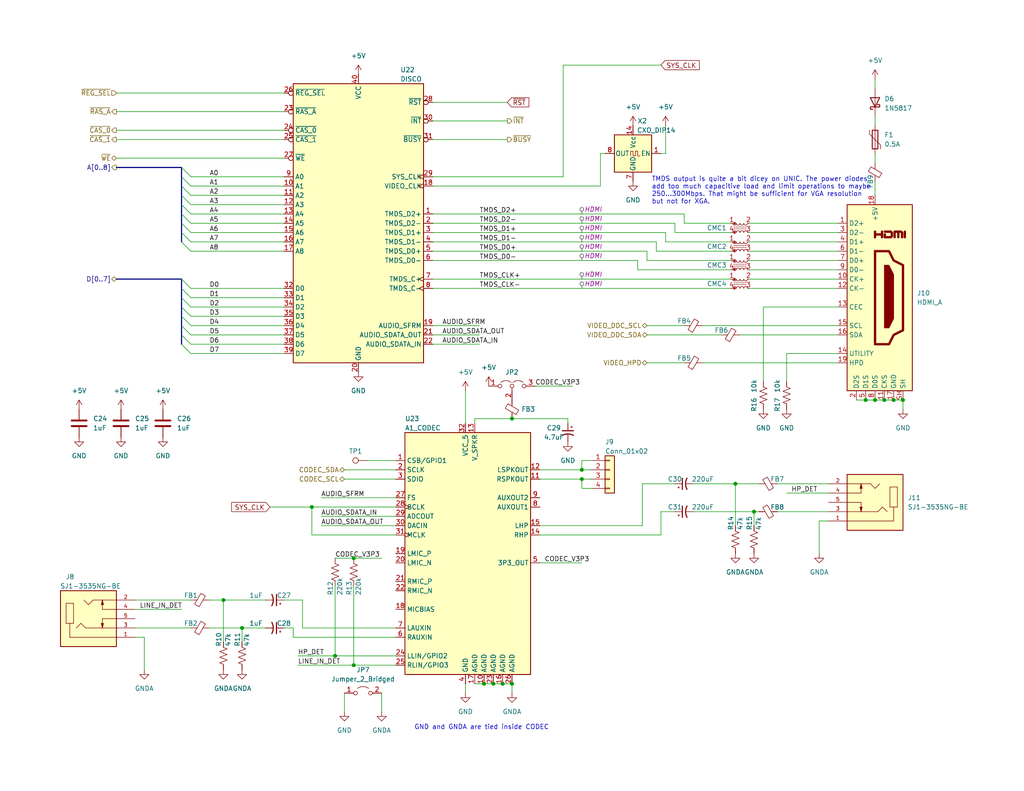
<source format=kicad_sch>
(kicad_sch (version 20231120) (generator "eeschema") (generator_version "8.0")
  (paper "A")
  (title_block (title "Anachron uATX Graphics and Audio") (date "2024-02-07") (company "Modular Circuits"))
  (lib_symbols
    (symbol "Connector:HDMI_A"
      (property "Reference" "J" (at -6.35 26.67 0))
      (property "Value" "HDMI_A" (at 10.16 26.67 0))
      (symbol "HDMI_A_1_1"
        (pin passive line (at -10.16 20.32 0) (length 2.54) (name "D2+") (number "1"))
        (pin passive line (at -10.16 5.08 0) (length 2.54) (name "CK+") (number "10"))
        (pin power_in line (at 2.54 -27.94 90) (length 2.54) (name "CKS") (number "11"))
        (pin passive line (at -10.16 2.54 0) (length 2.54) (name "CK-") (number "12"))
        (pin bidirectional line (at -10.16 -2.54 0) (length 2.54) (name "CEC") (number "13"))
        (pin passive line (at -10.16 -15.24 0) (length 2.54) (name "UTILITY") (number "14"))
        (pin passive line (at -10.16 -7.62 0) (length 2.54) (name "SCL") (number "15"))
        (pin bidirectional line (at -10.16 -10.16 0) (length 2.54) (name "SDA") (number "16"))
        (pin power_in line (at 5.08 -27.94 90) (length 2.54) (name "GND") (number "17"))
        (pin power_in line (at 0 27.94 270) (length 2.54) (name "+5V") (number "18"))
        (pin passive line (at -10.16 -17.78 0) (length 2.54) (name "HPD") (number "19"))
        (pin power_in line (at -5.08 -27.94 90) (length 2.54) (name "D2S") (number "2"))
        (pin passive line (at -10.16 17.78 0) (length 2.54) (name "D2-") (number "3"))
        (pin passive line (at -10.16 15.24 0) (length 2.54) (name "D1+") (number "4"))
        (pin power_in line (at -2.54 -27.94 90) (length 2.54) (name "D1S") (number "5"))
        (pin passive line (at -10.16 12.7 0) (length 2.54) (name "D1-") (number "6"))
        (pin passive line (at -10.16 10.16 0) (length 2.54) (name "D0+") (number "7"))
        (pin power_in line (at 0 -27.94 90) (length 2.54) (name "D0S") (number "8"))
        (pin passive line (at -10.16 7.62 0) (length 2.54) (name "D0-") (number "9"))
        (pin passive line (at 7.62 -27.94 90) (length 2.54) (name "SH") (number "SH"))
      )
    )
    (symbol "Connector:TestPoint" (pin_numbers hide) (pin_names (offset 0.762) hide)
      (property "Reference" "TP" (at 0 6.858 0))
      (property "Value" "TestPoint" (at 0 5.08 0))
      (symbol "TestPoint_1_1"
        (pin passive line (at 0 0 90) (length 2.54) (name "1") (number "1"))
      )
    )
    (symbol "Connector_Generic:Conn_01x04" (pin_names (offset 1.016) hide)
      (property "Reference" "J" (at 0 5.08 0))
      (property "Value" "Conn_01x04" (at 0 -7.62 0))
      (symbol "Conn_01x04_1_1"
        (pin passive line (at -5.08 2.54 0) (length 3.81) (name "Pin_1") (number "1"))
        (pin passive line (at -5.08 0 0) (length 3.81) (name "Pin_2") (number "2"))
        (pin passive line (at -5.08 -2.54 0) (length 3.81) (name "Pin_3") (number "3"))
        (pin passive line (at -5.08 -5.08 0) (length 3.81) (name "Pin_4") (number "4"))
      )
    )
    (symbol "Device:C" (pin_numbers hide) (pin_names (offset 0.254))
      (property "Reference" "C" (at 0.635 2.54 0))
      (property "Value" "C" (at 0.635 -2.54 0))
      (symbol "C_1_1"
        (pin passive line (at 0 3.81 270) (length 2.794) (name "~") (number "1"))
        (pin passive line (at 0 -3.81 90) (length 2.794) (name "~") (number "2"))
      )
    )
    (symbol "Device:C_Polarized_Small_US" (pin_numbers hide) (pin_names (offset 0.254) hide)
      (property "Reference" "C" (at 0.254 1.778 0))
      (property "Value" "C_Polarized_Small_US" (at 0.254 -2.032 0))
      (symbol "C_Polarized_Small_US_1_1"
        (pin passive line (at 0 2.54 270) (length 2.032) (name "~") (number "1"))
        (pin passive line (at 0 -2.54 90) (length 2.032) (name "~") (number "2"))
      )
    )
    (symbol "Device:FerriteBead_Small" (pin_numbers hide) (pin_names (offset 0))
      (property "Reference" "FB" (at 1.905 1.27 0))
      (property "Value" "FerriteBead_Small" (at 1.905 -1.27 0))
      (symbol "FerriteBead_Small_1_1"
        (pin passive line (at 0 2.54 270) (length 1.27) (name "~") (number "1"))
        (pin passive line (at 0 -2.54 90) (length 1.27) (name "~") (number "2"))
      )
    )
    (symbol "Device:L_Ferrite_Coupled_Small_1243" (pin_names (offset 0.254) hide)
      (property "Reference" "L" (at 0 3.175 0))
      (property "Value" "L_Ferrite_Coupled_Small_1243" (at 0 -3.175 0))
      (symbol "L_Ferrite_Coupled_Small_1243_1_1"
        (pin passive line (at -2.54 1.27 0) (length 0.508) (name "1") (number "1"))
        (pin passive line (at 2.54 1.27 180) (length 0.508) (name "2") (number "2"))
        (pin passive line (at 2.54 -1.27 180) (length 0.508) (name "3") (number "3"))
        (pin passive line (at -2.54 -1.27 0) (length 0.508) (name "4") (number "4"))
      )
    )
    (symbol "Device:Polyfuse" (pin_numbers hide) (pin_names (offset 0))
      (property "Reference" "F" (at -2.54 0 90))
      (property "Value" "Polyfuse" (at 2.54 0 90))
      (symbol "Polyfuse_1_1"
        (pin passive line (at 0 3.81 270) (length 1.27) (name "~") (number "1"))
        (pin passive line (at 0 -3.81 90) (length 1.27) (name "~") (number "2"))
      )
    )
    (symbol "Device:R_US" (pin_numbers hide) (pin_names (offset 0))
      (property "Reference" "R" (at 2.54 0 90))
      (property "Value" "R_US" (at -2.54 0 90))
      (symbol "R_US_1_1"
        (pin passive line (at 0 3.81 270) (length 1.27) (name "~") (number "1"))
        (pin passive line (at 0 -3.81 90) (length 1.27) (name "~") (number "2"))
      )
    )
    (symbol "Diode:1N5817" (pin_numbers hide) (pin_names (offset 1.016) hide)
      (property "Reference" "D" (at 0 2.54 0))
      (property "Value" "1N5817" (at 0 -2.54 0))
      (symbol "1N5817_1_1"
        (pin passive line (at -3.81 0 0) (length 2.54) (name "K") (number "1"))
        (pin passive line (at 3.81 0 180) (length 2.54) (name "A") (number "2"))
      )
    )
    (symbol "Jumper:Jumper_2_Open" (pin_names (offset 0) hide)
      (property "Reference" "JP" (at 0 2.794 0))
      (property "Value" "Jumper_2_Open" (at 0 -2.286 0))
      (symbol "Jumper_2_Open_1_1"
        (pin passive line (at -5.08 0 0) (length 2.54) (name "A") (number "1"))
        (pin passive line (at 5.08 0 180) (length 2.54) (name "B") (number "2"))
      )
    )
    (symbol "Jumper:Jumper_3_Open" (pin_names (offset 0) hide)
      (property "Reference" "JP" (at -2.54 -2.54 0))
      (property "Value" "Jumper_3_Open" (at 0 2.794 0))
      (symbol "Jumper_3_Open_1_1"
        (pin passive line (at -6.35 0 0) (length 2.54) (name "A") (number "1"))
        (pin passive line (at 0 -3.81 90) (length 2.54) (name "C") (number "2"))
        (pin passive line (at 6.35 0 180) (length 2.54) (name "B") (number "3"))
      )
    )
    (symbol "Oscillator:CXO_DIP14" (pin_names (offset 0.254))
      (property "Reference" "X" (at -5.08 6.35 0))
      (property "Value" "CXO_DIP14" (at 1.27 -6.35 0))
      (symbol "CXO_DIP14_1_1"
        (pin input line (at -7.62 0 0) (length 2.54) (name "EN") (number "1"))
        (pin power_in line (at 0 7.62 270) (length 2.54) (name "Vcc") (number "14"))
        (pin power_in line (at 0 -7.62 90) (length 2.54) (name "GND") (number "7"))
        (pin output line (at 7.62 0 180) (length 2.54) (name "OUT") (number "8"))
      )
    )
    (symbol "anachron:A1_CODEC"
      (property "Reference" "U" (at 1.27 36.83 0))
      (property "Value" "A1_CODEC" (at 5.08 34.29 0))
      (symbol "A1_CODEC_0_0"
        (pin power_in line (at 21.59 -35.56 90) (length 2.54) (name "AGND") (number "10"))
        (pin output line (at 36.83 20.32 180) (length 2.54) (name "RSPKOUT") (number "11"))
        (pin output line (at 36.83 22.86 180) (length 2.54) (name "LSPKOUT") (number "12"))
        (pin power_in line (at 19.05 35.56 270) (length 2.54) (name "V_SPKR") (number "13"))
        (pin output line (at 36.83 5.08 180) (length 2.54) (name "RHP") (number "14"))
        (pin output line (at 36.83 7.62 180) (length 2.54) (name "LHP") (number "15"))
        (pin power_in line (at 19.05 -35.56 90) (length 2.54) (name "AGND") (number "17"))
        (pin output line (at -2.54 -15.24 0) (length 2.54) (name "MICBIAS") (number "18"))
        (pin input line (at -2.54 0 0) (length 2.54) (name "LMIC_P") (number "19"))
        (pin bidirectional line (at -2.54 22.86 0) (length 2.54) (name "SCLK") (number "2"))
        (pin input line (at -2.54 -2.54 0) (length 2.54) (name "LMIC_N") (number "20"))
        (pin input line (at -2.54 -7.62 0) (length 2.54) (name "RMIC_P") (number "21"))
        (pin input line (at -2.54 -10.16 0) (length 2.54) (name "RMIC_N") (number "22"))
        (pin power_in line (at 24.13 -35.56 90) (length 2.54) (name "AGND") (number "23"))
        (pin bidirectional line (at -2.54 -27.94 0) (length 2.54) (name "LLIN/GPIO2") (number "24"))
        (pin bidirectional line (at -2.54 -30.48 0) (length 2.54) (name "RLIN/GPIO3") (number "25"))
        (pin bidirectional line (at -2.54 15.24 0) (length 2.54) (name "FS") (number "27"))
        (pin output line (at -2.54 10.16 0) (length 2.54) (name "ADCOUT") (number "29"))
        (pin bidirectional line (at -2.54 20.32 0) (length 2.54) (name "SDIO") (number "3"))
        (pin input line (at -2.54 7.62 0) (length 2.54) (name "DACIN") (number "30"))
        (pin power_in line (at 16.51 35.56 270) (length 2.54) (name "VCC_5") (number "32"))
        (pin power_in line (at 16.51 -35.56 90) (length 2.54) (name "GND") (number "4"))
        (pin power_out line (at 36.83 -2.54 180) (length 2.54) (name "3P3_OUT") (number "5"))
        (pin tri_state line (at -2.54 -22.86 0) (length 2.54) (name "RAUXIN") (number "6"))
        (pin input line (at -2.54 -20.32 0) (length 2.54) (name "LAUXIN") (number "7"))
        (pin output line (at 36.83 12.7 180) (length 2.54) (name "AUXOUT1") (number "8"))
        (pin output line (at 36.83 15.24 180) (length 2.54) (name "AUXOUT2") (number "9"))
      )
      (symbol "A1_CODEC_1_0"
        (pin bidirectional line (at -2.54 25.4 0) (length 2.54) (name "CSB/GPIO1") (number "1"))
        (pin power_in line (at 26.67 -35.56 90) (length 2.54) (name "AGND") (number "16"))
        (pin power_in line (at 29.21 -35.56 90) (length 2.54) (name "AGND") (number "26"))
        (pin bidirectional clock (at -2.54 12.7 0) (length 2.54) (name "BCLK") (number "28"))
        (pin input clock (at -2.54 5.08 0) (length 2.54) (name "MCLK") (number "31"))
      )
    )
    (symbol "anachron:SJ1-3535NG-BE" (pin_names (offset 1.016))
      (property "Reference" "J" (at -7.6326 8.1414 0))
      (property "Value" "SJ1-3535NG-BE" (at -7.6323 -10.4308 0))
      (symbol "SJ1-3535NG-BE_0_0"
        (pin passive line (at 12.7 5.08 180) (length 5.08) (name "~") (number "1"))
        (pin passive line (at 12.7 -5.08 180) (length 5.08) (name "~") (number "2"))
        (pin passive line (at 12.7 2.54 180) (length 5.08) (name "~") (number "3"))
        (pin passive line (at 12.7 -2.54 180) (length 5.08) (name "~") (number "4"))
        (pin passive line (at 12.7 0 180) (length 5.08) (name "~") (number "5"))
      )
    )
    (symbol "anachron:disco"
      (property "Reference" "U" (at -20.32 10.16 0))
      (property "Value" "DISCO" (at -17.78 35.56 0))
      (symbol "disco_0_0"
        (pin output line (at 20.32 0 180) (length 2.54) (name "TMDS_D2+") (number "1"))
        (pin output line (at -20.32 7.62 0) (length 2.54) (name "A1") (number "10"))
        (pin output line (at -20.32 5.08 0) (length 2.54) (name "A2") (number "11"))
        (pin output line (at -20.32 2.54 0) (length 2.54) (name "A3") (number "12"))
        (pin output line (at -20.32 0 0) (length 2.54) (name "A4") (number "13"))
        (pin output line (at -20.32 -2.54 0) (length 2.54) (name "A5") (number "14"))
        (pin output line (at -20.32 -5.08 0) (length 2.54) (name "A6") (number "15"))
        (pin output line (at -20.32 -7.62 0) (length 2.54) (name "A7") (number "16"))
        (pin output line (at -20.32 -10.16 0) (length 2.54) (name "A8") (number "17"))
        (pin output line (at 20.32 -2.54 180) (length 2.54) (name "TMDS_D2-") (number "2"))
        (pin power_in line (at 0 -43.18 90) (length 2.54) (name "GND") (number "20"))
        (pin input line (at 20.32 -35.56 180) (length 2.54) (name "AUDIO_SDATA_IN") (number "22"))
        (pin output line (at 20.32 -5.08 180) (length 2.54) (name "TMDS_D1+") (number "3"))
        (pin open_collector inverted (at 20.32 25.4 180) (length 2.54) (name "~{INT}") (number "30"))
        (pin bidirectional line (at -20.32 -20.32 0) (length 2.54) (name "D0") (number "32"))
        (pin bidirectional line (at -20.32 -22.86 0) (length 2.54) (name "D1") (number "33"))
        (pin bidirectional line (at -20.32 -25.4 0) (length 2.54) (name "D2") (number "34"))
        (pin bidirectional line (at -20.32 -27.94 0) (length 2.54) (name "D3") (number "35"))
        (pin bidirectional line (at -20.32 -30.48 0) (length 2.54) (name "D4") (number "36"))
        (pin bidirectional line (at -20.32 -33.02 0) (length 2.54) (name "D5") (number "37"))
        (pin bidirectional line (at -20.32 -35.56 0) (length 2.54) (name "D6") (number "38"))
        (pin bidirectional line (at -20.32 -38.1 0) (length 2.54) (name "D7") (number "39"))
        (pin output line (at 20.32 -7.62 180) (length 2.54) (name "TMDS_D1-") (number "4"))
        (pin power_in line (at 0 38.1 270) (length 2.54) (name "VCC") (number "40"))
        (pin output line (at 20.32 -10.16 180) (length 2.54) (name "TMDS_D0+") (number "5"))
        (pin output line (at 20.32 -12.7 180) (length 2.54) (name "TMDS_D0-") (number "6"))
        (pin output line (at -20.32 10.16 0) (length 2.54) (name "A0") (number "9"))
      )
      (symbol "disco_1_0"
        (pin input clock (at 20.32 7.62 180) (length 2.54) (name "VIDEO_CLK") (number "18"))
        (pin output line (at 20.32 -30.48 180) (length 2.54) (name "AUDIO_SFRM") (number "19"))
        (pin power_in line (at 20.32 -33.02 180) (length 2.54) (name "AUDIO_SDATA_OUT") (number "21"))
        (pin output inverted (at -20.32 27.94 0) (length 2.54) (name "~{RAS_A}") (number "23"))
        (pin output inverted (at -20.32 22.86 0) (length 2.54) (name "~{CAS_0}") (number "24"))
        (pin output inverted (at -20.32 20.32 0) (length 2.54) (name "~{CAS_1}") (number "25"))
        (pin input inverted (at -20.32 33.02 0) (length 2.54) (name "~{REG_SEL}") (number "26"))
        (pin bidirectional inverted (at -20.32 15.24 0) (length 2.54) (name "~{WE}") (number "27"))
        (pin input inverted (at 20.32 30.48 180) (length 2.54) (name "~{RST}") (number "28"))
        (pin input clock (at 20.32 10.16 180) (length 2.54) (name "SYS_CLK") (number "29"))
        (pin output inverted (at 20.32 20.32 180) (length 2.54) (name "~{BUSY}") (number "31"))
        (pin output clock (at 20.32 -17.78 180) (length 2.54) (name "TMDS_C+") (number "7"))
        (pin output clock (at 20.32 -20.32 180) (length 2.54) (name "TMDS_C-") (number "8"))
      )
    )
    (symbol "power:+5V" (power) (pin_names (offset 0))
      (property "Value" "+5V" (at 0 3.556 0))
      (symbol "+5V_1_1"
        (pin power_in line (at 0 0 90) (length 0) hide (name "+5V") (number "1"))
      )
    )
    (symbol "power:GND" (power) (pin_names (offset 0))
      (property "Value" "GND" (at 0 -3.81 0))
      (symbol "GND_1_1"
        (pin power_in line (at 0 0 270) (length 0) hide (name "GND") (number "1"))
      )
    )
    (symbol "power:GNDA" (power) (pin_names (offset 0))
      (property "Value" "GNDA" (at 0 -3.81 0))
      (symbol "GNDA_1_1"
        (pin power_in line (at 0 0 270) (length 0) hide (name "GNDA") (number "1"))
      )
    )
  )
  (junction (at 246.38 109.22))
  (junction (at 96.52 181.61))
  (junction (at 96.52 152.4))
  (junction (at 139.7 186.69))
  (junction (at 66.04 171.45))
  (junction (at 158.75 130.81))
  (junction (at 91.44 179.07))
  (junction (at 132.08 186.69))
  (junction (at 200.66 132.08))
  (junction (at 241.3 109.22))
  (junction (at 158.75 128.27))
  (junction (at 139.7 114.3))
  (junction (at 60.96 163.83))
  (junction (at 205.74 139.7))
  (junction (at 85.09 138.43))
  (junction (at 236.22 109.22))
  (junction (at 243.84 109.22))
  (junction (at 134.62 186.69))
  (junction (at 238.76 109.22))
  (junction (at 137.16 186.69))
  (bus_entry (at 52.07 86.36) (size -2.54 -2.54))
  (bus_entry (at 49.53 48.26) (size 2.54 2.54))
  (bus_entry (at 49.53 60.96) (size 2.54 2.54))
  (bus_entry (at 52.07 88.9) (size -2.54 -2.54))
  (bus_entry (at 49.53 50.8) (size 2.54 2.54))
  (bus_entry (at 52.07 78.74) (size -2.54 -2.54))
  (bus_entry (at 52.07 81.28) (size -2.54 -2.54))
  (bus_entry (at 52.07 91.44) (size -2.54 -2.54))
  (bus_entry (at 49.53 53.34) (size 2.54 2.54))
  (bus_entry (at 49.53 55.88) (size 2.54 2.54))
  (bus_entry (at 49.53 63.5) (size 2.54 2.54))
  (bus_entry (at 49.53 58.42) (size 2.54 2.54))
  (bus_entry (at 52.07 96.52) (size -2.54 -2.54))
  (bus_entry (at 52.07 83.82) (size -2.54 -2.54))
  (bus_entry (at 52.07 93.98) (size -2.54 -2.54))
  (bus_entry (at 49.53 45.72) (size 2.54 2.54))
  (bus_entry (at 49.53 66.04) (size 2.54 2.54))
  (wire (pts (xy 93.98 189.23) (xy 93.98 194.31)))
  (wire (pts (xy 52.07 93.98) (xy 77.47 93.98)))
  (wire (pts (xy 91.44 179.07) (xy 107.95 179.07)))
  (wire (pts (xy 60.96 175.26) (xy 60.96 163.83)))
  (wire (pts (xy 52.07 163.83) (xy 36.83 163.83)))
  (wire (pts (xy 52.07 60.96) (xy 77.47 60.96)))
  (wire (pts (xy 236.22 109.22) (xy 238.76 109.22)))
  (wire (pts (xy 52.07 68.58) (xy 77.47 68.58)))
  (wire (pts (xy 129.54 114.3) (xy 139.7 114.3)))
  (wire (pts (xy 226.06 142.24) (xy 223.52 142.24)))
  (wire (pts (xy 181.61 66.04) (xy 199.39 66.04)))
  (wire (pts (xy 139.7 114.3) (xy 154.94 114.3)))
  (wire (pts (xy 77.47 171.45) (xy 80.01 171.45)))
  (wire (pts (xy 85.09 146.05) (xy 85.09 138.43)))
  (wire (pts (xy 200.66 143.51) (xy 200.66 132.08)))
  (wire (pts (xy 96.52 160.02) (xy 96.52 181.61)))
  (wire (pts (xy 87.63 140.97) (xy 107.95 140.97)))
  (bus (pts (xy 49.53 91.44) (xy 49.53 88.9)))
  (wire (pts (xy 205.74 139.7) (xy 205.74 143.51)))
  (wire (pts (xy 158.75 130.81) (xy 158.75 133.35)))
  (wire (pts (xy 154.94 114.3) (xy 154.94 115.57)))
  (wire (pts (xy 118.11 76.2) (xy 199.39 76.2)))
  (wire (pts (xy 91.44 152.4) (xy 96.52 152.4)))
  (wire (pts (xy 31.75 35.56) (xy 77.47 35.56)))
  (wire (pts (xy 161.29 128.27) (xy 158.75 128.27)))
  (bus (pts (xy 49.53 48.26) (xy 49.53 50.8)))
  (wire (pts (xy 238.76 49.53) (xy 238.76 53.34)))
  (wire (pts (xy 147.32 153.67) (xy 158.75 153.67)))
  (wire (pts (xy 96.52 152.4) (xy 104.14 152.4)))
  (wire (pts (xy 118.11 91.44) (xy 130.81 91.44)))
  (wire (pts (xy 52.07 55.88) (xy 77.47 55.88)))
  (wire (pts (xy 127 106.68) (xy 127 115.57)))
  (wire (pts (xy 52.07 81.28) (xy 77.47 81.28)))
  (wire (pts (xy 238.76 109.22) (xy 241.3 109.22)))
  (wire (pts (xy 85.09 146.05) (xy 107.95 146.05)))
  (wire (pts (xy 52.07 96.52) (xy 77.47 96.52)))
  (wire (pts (xy 118.11 60.96) (xy 184.15 60.96)))
  (bus (pts (xy 49.53 45.72) (xy 49.53 48.26)))
  (wire (pts (xy 186.69 60.96) (xy 199.39 60.96)))
  (wire (pts (xy 176.53 91.44) (xy 196.85 91.44)))
  (wire (pts (xy 179.07 68.58) (xy 199.39 68.58)))
  (wire (pts (xy 52.07 66.04) (xy 77.47 66.04)))
  (bus (pts (xy 49.53 63.5) (xy 49.53 66.04)))
  (wire (pts (xy 52.07 83.82) (xy 77.47 83.82)))
  (wire (pts (xy 161.29 130.81) (xy 158.75 130.81)))
  (wire (pts (xy 158.75 128.27) (xy 147.32 128.27)))
  (bus (pts (xy 49.53 83.82) (xy 49.53 81.28)))
  (wire (pts (xy 226.06 139.7) (xy 212.09 139.7)))
  (wire (pts (xy 91.44 160.02) (xy 91.44 179.07)))
  (wire (pts (xy 81.28 181.61) (xy 96.52 181.61)))
  (wire (pts (xy 238.76 41.91) (xy 238.76 44.45)))
  (wire (pts (xy 184.15 63.5) (xy 199.39 63.5)))
  (wire (pts (xy 127 186.69) (xy 127 189.23)))
  (wire (pts (xy 66.04 171.45) (xy 72.39 171.45)))
  (wire (pts (xy 60.96 163.83) (xy 57.15 163.83)))
  (wire (pts (xy 87.63 143.51) (xy 107.95 143.51)))
  (bus (pts (xy 49.53 50.8) (xy 49.53 53.34)))
  (wire (pts (xy 80.01 173.99) (xy 107.95 173.99)))
  (wire (pts (xy 36.83 171.45) (xy 52.07 171.45)))
  (wire (pts (xy 180.34 139.7) (xy 180.34 146.05)))
  (wire (pts (xy 118.11 63.5) (xy 181.61 63.5)))
  (wire (pts (xy 118.11 27.94) (xy 138.43 27.94)))
  (wire (pts (xy 181.61 66.04) (xy 181.61 63.5)))
  (wire (pts (xy 137.16 186.69) (xy 139.7 186.69)))
  (wire (pts (xy 243.84 109.22) (xy 246.38 109.22)))
  (wire (pts (xy 118.11 93.98) (xy 130.81 93.98)))
  (wire (pts (xy 173.99 73.66) (xy 173.99 71.12)))
  (wire (pts (xy 31.75 30.48) (xy 77.47 30.48)))
  (wire (pts (xy 72.39 163.83) (xy 60.96 163.83)))
  (wire (pts (xy 184.15 63.5) (xy 184.15 60.96)))
  (wire (pts (xy 214.63 134.62) (xy 226.06 134.62)))
  (wire (pts (xy 208.28 83.82) (xy 228.6 83.82)))
  (wire (pts (xy 87.63 135.89) (xy 107.95 135.89)))
  (bus (pts (xy 49.53 78.74) (xy 49.53 76.2)))
  (wire (pts (xy 204.47 71.12) (xy 228.6 71.12)))
  (wire (pts (xy 104.14 189.23) (xy 104.14 194.31)))
  (wire (pts (xy 82.55 171.45) (xy 82.55 163.83)))
  (wire (pts (xy 52.07 58.42) (xy 77.47 58.42)))
  (wire (pts (xy 52.07 50.8) (xy 77.47 50.8)))
  (wire (pts (xy 52.07 86.36) (xy 77.47 86.36)))
  (bus (pts (xy 49.53 58.42) (xy 49.53 60.96)))
  (wire (pts (xy 118.11 66.04) (xy 179.07 66.04)))
  (wire (pts (xy 241.3 109.22) (xy 243.84 109.22)))
  (wire (pts (xy 175.26 132.08) (xy 184.15 132.08)))
  (wire (pts (xy 31.75 25.4) (xy 77.47 25.4)))
  (wire (pts (xy 39.37 173.99) (xy 39.37 182.88)))
  (wire (pts (xy 52.07 63.5) (xy 77.47 63.5)))
  (wire (pts (xy 223.52 142.24) (xy 223.52 151.13)))
  (bus (pts (xy 31.75 76.2) (xy 49.53 76.2)))
  (wire (pts (xy 158.75 130.81) (xy 147.32 130.81)))
  (wire (pts (xy 80.01 171.45) (xy 80.01 173.99)))
  (wire (pts (xy 180.34 17.78) (xy 153.67 17.78)))
  (wire (pts (xy 214.63 96.52) (xy 228.6 96.52)))
  (bus (pts (xy 49.53 53.34) (xy 49.53 55.88)))
  (wire (pts (xy 93.98 130.81) (xy 107.95 130.81)))
  (wire (pts (xy 36.83 166.37) (xy 49.53 166.37)))
  (wire (pts (xy 161.29 125.73) (xy 158.75 125.73)))
  (wire (pts (xy 118.11 38.1) (xy 138.43 38.1)))
  (wire (pts (xy 134.62 186.69) (xy 137.16 186.69)))
  (wire (pts (xy 146.05 105.41) (xy 156.21 105.41)))
  (wire (pts (xy 52.07 91.44) (xy 77.47 91.44)))
  (wire (pts (xy 191.77 99.06) (xy 228.6 99.06)))
  (wire (pts (xy 118.11 71.12) (xy 173.99 71.12)))
  (wire (pts (xy 173.99 73.66) (xy 199.39 73.66)))
  (wire (pts (xy 176.53 71.12) (xy 199.39 71.12)))
  (wire (pts (xy 57.15 171.45) (xy 66.04 171.45)))
  (bus (pts (xy 49.53 86.36) (xy 49.53 83.82)))
  (wire (pts (xy 181.61 34.29) (xy 181.61 41.91)))
  (bus (pts (xy 49.53 60.96) (xy 49.53 63.5)))
  (wire (pts (xy 118.11 58.42) (xy 186.69 58.42)))
  (bus (pts (xy 49.53 55.88) (xy 49.53 58.42)))
  (wire (pts (xy 214.63 104.14) (xy 214.63 96.52)))
  (wire (pts (xy 163.83 41.91) (xy 163.83 50.8)))
  (wire (pts (xy 96.52 181.61) (xy 107.95 181.61)))
  (wire (pts (xy 52.07 88.9) (xy 77.47 88.9)))
  (wire (pts (xy 36.83 173.99) (xy 39.37 173.99)))
  (wire (pts (xy 233.68 109.22) (xy 236.22 109.22)))
  (wire (pts (xy 163.83 50.8) (xy 118.11 50.8)))
  (wire (pts (xy 204.47 66.04) (xy 228.6 66.04)))
  (wire (pts (xy 180.34 41.91) (xy 181.61 41.91)))
  (wire (pts (xy 66.04 171.45) (xy 66.04 175.26)))
  (wire (pts (xy 204.47 76.2) (xy 228.6 76.2)))
  (wire (pts (xy 212.09 132.08) (xy 226.06 132.08)))
  (wire (pts (xy 153.67 17.78) (xy 153.67 48.26)))
  (wire (pts (xy 176.53 88.9) (xy 186.69 88.9)))
  (wire (pts (xy 100.33 125.73) (xy 107.95 125.73)))
  (wire (pts (xy 189.23 132.08) (xy 200.66 132.08)))
  (wire (pts (xy 107.95 171.45) (xy 82.55 171.45)))
  (wire (pts (xy 208.28 104.14) (xy 208.28 83.82)))
  (wire (pts (xy 93.98 128.27) (xy 107.95 128.27)))
  (wire (pts (xy 204.47 63.5) (xy 228.6 63.5)))
  (wire (pts (xy 52.07 53.34) (xy 77.47 53.34)))
  (wire (pts (xy 191.77 88.9) (xy 228.6 88.9)))
  (wire (pts (xy 163.83 41.91) (xy 165.1 41.91)))
  (wire (pts (xy 132.08 186.69) (xy 134.62 186.69)))
  (wire (pts (xy 81.28 179.07) (xy 91.44 179.07)))
  (wire (pts (xy 176.53 99.06) (xy 186.69 99.06)))
  (bus (pts (xy 49.53 81.28) (xy 49.53 78.74)))
  (wire (pts (xy 204.47 60.96) (xy 228.6 60.96)))
  (wire (pts (xy 118.11 68.58) (xy 176.53 68.58)))
  (wire (pts (xy 180.34 139.7) (xy 184.15 139.7)))
  (wire (pts (xy 246.38 109.22) (xy 246.38 111.76)))
  (wire (pts (xy 161.29 133.35) (xy 158.75 133.35)))
  (wire (pts (xy 176.53 71.12) (xy 176.53 68.58)))
  (wire (pts (xy 204.47 78.74) (xy 228.6 78.74)))
  (wire (pts (xy 158.75 125.73) (xy 158.75 128.27)))
  (wire (pts (xy 73.66 138.43) (xy 85.09 138.43)))
  (bus (pts (xy 49.53 93.98) (xy 49.53 91.44)))
  (wire (pts (xy 201.93 91.44) (xy 228.6 91.44)))
  (wire (pts (xy 52.07 78.74) (xy 77.47 78.74)))
  (wire (pts (xy 207.01 139.7) (xy 205.74 139.7)))
  (wire (pts (xy 52.07 48.26) (xy 77.47 48.26)))
  (wire (pts (xy 129.54 114.3) (xy 129.54 115.57)))
  (wire (pts (xy 204.47 73.66) (xy 228.6 73.66)))
  (wire (pts (xy 175.26 143.51) (xy 147.32 143.51)))
  (wire (pts (xy 175.26 132.08) (xy 175.26 143.51)))
  (wire (pts (xy 82.55 163.83) (xy 77.47 163.83)))
  (wire (pts (xy 118.11 78.74) (xy 199.39 78.74)))
  (wire (pts (xy 204.47 68.58) (xy 228.6 68.58)))
  (bus (pts (xy 49.53 88.9) (xy 49.53 86.36)))
  (wire (pts (xy 31.75 38.1) (xy 77.47 38.1)))
  (bus (pts (xy 31.75 45.72) (xy 49.53 45.72)))
  (wire (pts (xy 118.11 88.9) (xy 130.81 88.9)))
  (wire (pts (xy 31.75 43.18) (xy 77.47 43.18)))
  (wire (pts (xy 153.67 48.26) (xy 118.11 48.26)))
  (wire (pts (xy 85.09 138.43) (xy 107.95 138.43)))
  (wire (pts (xy 180.34 146.05) (xy 147.32 146.05)))
  (wire (pts (xy 179.07 68.58) (xy 179.07 66.04)))
  (wire (pts (xy 139.7 186.69) (xy 139.7 189.23)))
  (wire (pts (xy 118.11 33.02) (xy 138.43 33.02)))
  (wire (pts (xy 189.23 139.7) (xy 205.74 139.7)))
  (wire (pts (xy 200.66 132.08) (xy 207.01 132.08)))
  (wire (pts (xy 238.76 31.75) (xy 238.76 34.29)))
  (wire (pts (xy 129.54 186.69) (xy 132.08 186.69)))
  (wire (pts (xy 238.76 21.59) (xy 238.76 24.13)))
  (wire (pts (xy 186.69 60.96) (xy 186.69 58.42)))
  (text "TMDS output is quite a bit dicey on UNIC. The power diodes\nadd too much capacitive load and limit operations to maybe\n250...300Mbps. That might be sufficient for VGA resolution\nbut not for XGA." (at 177.8 55.88 0) (effects (font (size 1.27 1.27)) (justify left bottom)))
  (text "GND and GNDA are tied inside CODEC" (at 113.03 199.39 0) (effects (font (size 1.27 1.27)) (justify left bottom)))
  (label "TMDS_CLK+" (at 130.81 76.2 0))
  (label "A6" (at 57.15 63.5 0))
  (label "CODEC_V3P3" (at 91.44 152.4 0))
  (label "D6" (at 57.15 93.98 0))
  (label "AUDIO_SDATA_OUT" (at 120.65 91.44 0))
  (label "A7" (at 57.15 66.04 0))
  (label "A2" (at 57.15 53.34 0))
  (label "TMDS_D0-" (at 130.81 71.12 0))
  (label "AUDIO_SFRM" (at 87.63 135.89 0))
  (label "A4" (at 57.15 58.42 0))
  (label "TMDS_CLK-" (at 130.81 78.74 0))
  (label "A3" (at 57.15 55.88 0))
  (label "D7" (at 57.15 96.52 0))
  (label "A5" (at 57.15 60.96 0))
  (label "A1" (at 57.15 50.8 0))
  (label "D1" (at 57.15 81.28 0))
  (label "D2" (at 57.15 83.82 0))
  (label "AUDIO_SFRM" (at 120.65 88.9 0))
  (label "TMDS_D2+" (at 130.81 58.42 0))
  (label "AUDIO_SDATA_IN" (at 120.65 93.98 0))
  (label "HP_DET" (at 215.9 134.62 0))
  (label "HP_DET" (at 81.28 179.07 0))
  (label "D3" (at 57.15 86.36 0))
  (label "TMDS_D2-" (at 130.81 60.96 0))
  (label "AUDIO_SDATA_IN" (at 87.63 140.97 0))
  (label "TMDS_D1+" (at 130.81 63.5 0))
  (label "LINE_IN_DET" (at 81.28 181.61 0))
  (label "A0" (at 57.15 48.26 0))
  (label "TMDS_D1-" (at 130.81 66.04 0))
  (label "A8" (at 57.15 68.58 0))
  (label "CODEC_V3P3" (at 146.05 105.41 0))
  (label "D0" (at 57.15 78.74 0))
  (label "D5" (at 57.15 91.44 0))
  (label "TMDS_D0+" (at 130.81 68.58 0))
  (label "AUDIO_SDATA_OUT" (at 87.63 143.51 0))
  (label "CODEC_V3P3" (at 148.59 153.67 0))
  (label "LINE_IN_DET" (at 38.1 166.37 0))
  (label "D4" (at 57.15 88.9 0))
  (global_label "SYS_CLK" (shape input) (at 180.34 17.78 0) (property "Intersheetrefs" "${INTERSHEET_REFS}" (effects (hide yes))))
  (global_label "~{RST}" (shape input) (at 138.43 27.94 0) (property "Intersheetrefs" "${INTERSHEET_REFS}" (effects (hide yes))))
  (global_label "SYS_CLK" (shape input) (at 73.66 138.43 180) (property "Intersheetrefs" "${INTERSHEET_REFS}" (effects (hide yes))))
  (hierarchical_label "VIDEO_HPD" (shape bidirectional) (at 176.53 99.06 180))
  (hierarchical_label "~{REG_SEL}" (shape input) (at 31.75 25.4 180))
  (hierarchical_label "~{BUSY}" (shape output) (at 138.43 38.1 0))
  (hierarchical_label "VIDEO_DDC_SCL" (shape bidirectional) (at 176.53 88.9 180))
  (hierarchical_label "CODEC_SCL" (shape bidirectional) (at 93.98 130.81 180))
  (hierarchical_label "~{WE}" (shape bidirectional) (at 31.75 43.18 180))
  (hierarchical_label "~{INT}" (shape output) (at 138.43 33.02 0))
  (hierarchical_label "~{CAS_0}" (shape output) (at 31.75 35.56 180))
  (hierarchical_label "CODEC_SDA" (shape bidirectional) (at 93.98 128.27 180))
  (hierarchical_label "~{CAS_1}" (shape output) (at 31.75 38.1 180))
  (hierarchical_label "VIDEO_DDC_SDA" (shape bidirectional) (at 176.53 91.44 180))
  (hierarchical_label "D[0..7]" (shape bidirectional) (at 31.75 76.2 180))
  (hierarchical_label "A[0..8]" (shape output) (at 31.75 45.72 180))
  (hierarchical_label "~{RAS_A}" (shape output) (at 31.75 30.48 180))
  (netclass_flag "" (length 1.27) (shape round) (at 158.75 60.96 0) (property "Netclass" "HDMI" (at 159.4485 59.69 0) (effects (font (italic yes)) (justify left))))
  (netclass_flag "" (length 1.27) (shape round) (at 158.75 66.04 0) (property "Netclass" "HDMI" (at 159.4485 64.77 0) (effects (font (italic yes)) (justify left))))
  (netclass_flag "" (length 1.27) (shape round) (at 158.75 76.2 0) (property "Netclass" "HDMI" (at 159.4485 74.93 0) (effects (font (italic yes)) (justify left))))
  (netclass_flag "" (length 1.27) (shape round) (at 158.75 71.12 0) (property "Netclass" "HDMI" (at 159.4485 69.85 0) (effects (font (italic yes)) (justify left))))
  (netclass_flag "" (length 1.27) (shape round) (at 158.75 68.58 0) (property "Netclass" "HDMI" (at 159.4485 67.31 0) (effects (font (italic yes)) (justify left))))
  (netclass_flag "" (length 1.27) (shape round) (at 158.75 63.5 0) (property "Netclass" "HDMI" (at 159.4485 62.23 0) (effects (font (italic yes)) (justify left))))
  (netclass_flag "" (length 1.27) (shape round) (at 158.75 58.42 0) (property "Netclass" "HDMI" (at 159.4485 57.15 0) (effects (font (italic yes)) (justify left))))
  (netclass_flag "" (length 1.27) (shape round) (at 158.75 78.74 0) (property "Netclass" "HDMI" (at 159.4485 77.47 0) (effects (font (italic yes)) (justify left))))
  (symbol (lib_id "power:+5V") (at 33.02 111.76 0) (unit 1)
    (property "Reference" "#PWR0129" (effects (hide yes)))
    (property "Value" "+5V" (at 33.02 106.68 0))
  )
  (symbol (lib_id "Device:L_Ferrite_Coupled_Small_1243") (at 201.93 77.47 0) (unit 1)
    (property "Reference" "CMC4" (at 195.58 77.47 0))
    (property "Value" "L_Ferrite_Coupled_Small" (effects (hide yes)))
    (property "Footprint" "anachron:SCM2012FS" (effects (hide yes)))
    (property "mpf#" "SCM2012FS751MDG" (effects (hide yes)))
  )
  (symbol (lib_id "power:+5V") (at 133.35 105.41 0) (unit 1)
    (property "Reference" "#PWR0140" (effects (hide yes)))
    (property "Value" "+5V" (at 133.35 100.33 0))
  )
  (symbol (lib_id "power:GND") (at 33.02 119.38 0) (unit 1)
    (property "Reference" "#PWR0130" (effects (hide yes)))
    (property "Value" "GND" (at 33.02 124.46 0))
  )
  (symbol (lib_id "Device:R_US") (at 205.74 147.32 0) (unit 1)
    (property "Reference" "R15" (at 204.47 144.78 90) (effects (justify left)))
    (property "Value" "47k" (at 207.01 144.78 90) (effects (justify left)))
    (property "Footprint" "Resistor_THT:R_Axial_DIN0204_L3.6mm_D1.6mm_P5.08mm_Horizontal" (effects (hide yes)))
  )
  (symbol (lib_id "power:+5V") (at 238.76 21.59 0) (unit 1)
    (property "Reference" "#PWR0150" (effects (hide yes)))
    (property "Value" "+5V" (at 238.76 16.51 0))
  )
  (symbol (lib_id "Device:C_Polarized_Small_US") (at 74.93 171.45 270) (mirror x) (unit 1)
    (property "Reference" "C28" (at 77.47 170.18 90))
    (property "Value" "1uF" (at 69.85 170.18 90))
    (property "Footprint" "Capacitor_THT:CP_Radial_D4.0mm_P2.00mm" (effects (hide yes)))
  )
  (symbol (lib_id "Device:C_Polarized_Small_US") (at 74.93 163.83 270) (mirror x) (unit 1)
    (property "Reference" "C27" (at 77.47 162.56 90))
    (property "Value" "1uF" (at 69.85 162.56 90))
    (property "Footprint" "Capacitor_THT:CP_Radial_D4.0mm_P2.00mm" (effects (hide yes)))
  )
  (symbol (lib_id "anachron:SJ1-3535NG-BE") (at 238.76 137.16 180) (unit 1)
    (property "Reference" "J11" (at 247.65 135.89 0) (effects (justify right)))
    (property "Value" "SJ1-3535NG-BE" (at 247.65 138.43 0) (effects (justify right)))
    (property "Footprint" "anachron:CUI_SJ1-3535NG-BE" (effects (hide yes)))
    (property "PARTREV" "1.0" (effects (hide yes)))
    (property "SNAPEDA_PN" "SJ1-3535NG-BE" (effects (hide yes)))
    (property "STANDARD" "Manufacturer Recommendation" (effects (hide yes)))
    (property "MAXIMUM_PACKAGE_HEIGHT" "12.3 mm" (effects (hide yes)))
    (property "MANUFACTURER" "CUI Devices" (effects (hide yes)))
  )
  (symbol (lib_id "Diode:1N5817") (at 238.76 27.94 90) (unit 1)
    (property "Reference" "D6" (at 241.3 26.9874 90) (effects (justify right)))
    (property "Value" "1N5817" (at 241.3 29.5274 90) (effects (justify right)))
    (property "Footprint" "Diode_THT:D_DO-41_SOD81_P10.16mm_Horizontal" (effects (hide yes)))
    (property "Datasheet" "http://www.vishay.com/docs/88525/1n5817.pdf" (effects (hide yes)))
    (property "Description" "20V 1A Schottky Barrier Rectifier Diode, DO-41" (effects (hide yes)))
  )
  (symbol (lib_id "power:GND") (at 246.38 111.76 0) (unit 1)
    (property "Reference" "#PWR0151" (effects (hide yes)))
    (property "Value" "GND" (at 246.38 116.84 0))
  )
  (symbol (lib_id "Device:C_Polarized_Small_US") (at 186.69 132.08 90) (unit 1)
    (property "Reference" "C30" (at 184.15 130.81 90))
    (property "Value" "220uF" (at 191.77 130.81 90))
    (property "Footprint" "Capacitor_THT:CP_Radial_D7.5mm_P2.50mm" (effects (hide yes)))
  )
  (symbol (lib_id "Jumper:Jumper_2_Open") (at 99.06 189.23 0) (unit 1)
    (property "Reference" "JP7" (at 99.06 182.88 0))
    (property "Value" "Jumper_2_Bridged" (at 99.06 185.42 0))
    (property "Footprint" "Connector_PinHeader_2.54mm:PinHeader_1x02_P2.54mm_Vertical" (effects (hide yes)))
  )
  (symbol (lib_id "power:GND") (at 21.59 119.38 0) (unit 1)
    (property "Reference" "#PWR0128" (effects (hide yes)))
    (property "Value" "GND" (at 21.59 124.46 0))
  )
  (symbol (lib_id "Device:FerriteBead_Small") (at 54.61 171.45 90) (unit 1)
    (property "Reference" "FB2" (at 52.07 170.18 90))
    (property "Value" "FerriteBead_Small" (effects (hide yes)))
    (property "Footprint" "Inductor_THT:L_Axial_L7.0mm_D3.3mm_P2.54mm_Vertical_Fastron_MICC" (effects (hide yes)))
    (property "Datasheet" "https://www.we-online.com/components/products/datasheet/74276041.pdf" (effects (hide yes)))
    (property "mfp#" "74276041" (effects (hide yes)))
  )
  (symbol (lib_id "Device:FerriteBead_Small") (at 189.23 88.9 90) (unit 1)
    (property "Reference" "FB4" (at 186.69 87.63 90))
    (property "Value" "FerriteBead_Small" (effects (hide yes)))
    (property "Footprint" "Inductor_THT:L_Axial_L7.0mm_D3.3mm_P2.54mm_Vertical_Fastron_MICC" (effects (hide yes)))
    (property "Datasheet" "https://www.we-online.com/components/products/datasheet/74276041.pdf" (effects (hide yes)))
    (property "mfp#" "74276041" (effects (hide yes)))
  )
  (symbol (lib_id "power:+5V") (at 181.61 34.29 0) (unit 1)
    (property "Reference" "#PWR0144" (effects (hide yes)))
    (property "Value" "+5V" (at 181.61 29.21 0))
  )
  (symbol (lib_id "Device:FerriteBead_Small") (at 238.76 46.99 180) (unit 1)
    (property "Reference" "FB9" (at 237.49 49.53 90))
    (property "Value" "FerriteBead_Small" (effects (hide yes)))
    (property "Footprint" "Inductor_THT:L_Axial_L7.0mm_D3.3mm_P2.54mm_Vertical_Fastron_MICC" (effects (hide yes)))
    (property "Datasheet" "https://www.we-online.com/components/products/datasheet/74276041.pdf" (effects (hide yes)))
    (property "mfp#" "74276041" (effects (hide yes)))
  )
  (symbol (lib_id "power:GNDA") (at 104.14 194.31 0) (unit 1)
    (property "Reference" "#PWR0134" (effects (hide yes)))
    (property "Value" "GNDA" (at 104.14 199.39 0))
  )
  (symbol (lib_id "power:GNDA") (at 200.66 151.13 0) (unit 1)
    (property "Reference" "#PWR0171" (effects (hide yes)))
    (property "Value" "GNDA" (at 200.66 156.21 0))
  )
  (symbol (lib_id "anachron:A1_CODEC") (at 110.49 151.13 0) (unit 1)
    (property "Reference" "U23" (at 110.49 114.3 0) (effects (justify left)))
    (property "Value" "A1_CODEC" (at 110.49 116.84 0) (effects (justify left)))
    (property "Footprint" "Package_DIP:DIP-32_W15.24mm_LongPads" (effects (hide yes)))
    (property "Datasheet" "https://www.nuvoton.com/export/resource-files/NAU8822DataSheetRev3.3.pdf" (effects (hide yes)))
  )
  (symbol (lib_id "Device:C") (at 21.59 115.57 0) (unit 1)
    (property "Reference" "C24" (at 25.4 114.3 0) (effects (justify left)))
    (property "Value" "1uF" (at 25.4 116.84 0) (effects (justify left)))
    (property "Footprint" "Capacitor_THT:C_Disc_D4.7mm_W2.5mm_P5.00mm" (effects (hide yes)))
    (property "mpf#" "FG28X5R1H105KRT06" (effects (hide yes)))
  )
  (symbol (lib_id "Device:FerriteBead_Small") (at 139.7 111.76 0) (unit 1)
    (property "Reference" "FB3" (at 142.24 111.7219 0) (effects (justify left)))
    (property "Value" "FerriteBead_Small" (effects (hide yes)))
    (property "Footprint" "Inductor_THT:L_Axial_L5.3mm_D2.2mm_P7.62mm_Horizontal_Vishay_IM-1" (effects (hide yes)))
  )
  (symbol (lib_id "power:GND") (at 172.72 49.53 0) (unit 1)
    (property "Reference" "#PWR0143" (effects (hide yes)))
    (property "Value" "GND" (at 172.72 54.61 0))
  )
  (symbol (lib_id "Device:FerriteBead_Small") (at 199.39 91.44 90) (unit 1)
    (property "Reference" "FB6" (at 196.85 90.17 90))
    (property "Value" "FerriteBead_Small" (effects (hide yes)))
    (property "Footprint" "Inductor_THT:L_Axial_L7.0mm_D3.3mm_P2.54mm_Vertical_Fastron_MICC" (effects (hide yes)))
    (property "Datasheet" "https://www.we-online.com/components/products/datasheet/74276041.pdf" (effects (hide yes)))
    (property "mfp#" "74276041" (effects (hide yes)))
  )
  (symbol (lib_id "Device:C") (at 44.45 115.57 0) (unit 1)
    (property "Reference" "C26" (at 48.26 114.3 0) (effects (justify left)))
    (property "Value" "1uF" (at 48.26 116.84 0) (effects (justify left)))
    (property "Footprint" "Capacitor_THT:C_Disc_D4.7mm_W2.5mm_P5.00mm" (effects (hide yes)))
    (property "mpf#" "FG28X5R1H105KRT06" (effects (hide yes)))
  )
  (symbol (lib_id "power:GND") (at 214.63 111.76 0) (unit 1)
    (property "Reference" "#PWR0148" (effects (hide yes)))
    (property "Value" "GND" (at 214.63 116.84 0))
  )
  (symbol (lib_id "Device:L_Ferrite_Coupled_Small_1243") (at 201.93 62.23 0) (unit 1)
    (property "Reference" "CMC1" (at 195.58 62.23 0))
    (property "Value" "L_Ferrite_Coupled_Small" (effects (hide yes)))
    (property "Footprint" "anachron:SCM2012FS" (effects (hide yes)))
    (property "mpf#" "SCM2012FS751MDG" (effects (hide yes)))
  )
  (symbol (lib_id "power:GNDA") (at 223.52 151.13 0) (unit 1)
    (property "Reference" "#PWR0249" (effects (hide yes)))
    (property "Value" "GNDA" (at 223.52 156.21 0))
  )
  (symbol (lib_id "Device:R_US") (at 96.52 156.21 0) (unit 1)
    (property "Reference" "R13" (at 95.25 162.56 90) (effects (justify left)))
    (property "Value" "220k" (at 97.79 162.56 90) (effects (justify left)))
    (property "Footprint" "Resistor_THT:R_Axial_DIN0204_L3.6mm_D1.6mm_P5.08mm_Horizontal" (effects (hide yes)))
  )
  (symbol (lib_id "power:+5V") (at 21.59 111.76 0) (unit 1)
    (property "Reference" "#PWR0127" (effects (hide yes)))
    (property "Value" "+5V" (at 21.59 106.68 0))
  )
  (symbol (lib_id "power:+5V") (at 97.79 20.32 0) (unit 1)
    (property "Reference" "#PWR0136" (effects (hide yes)))
    (property "Value" "+5V" (at 97.79 15.24 0))
  )
  (symbol (lib_id "power:GND") (at 44.45 119.38 0) (unit 1)
    (property "Reference" "#PWR0133" (effects (hide yes)))
    (property "Value" "GND" (at 44.45 124.46 0))
  )
  (symbol (lib_id "Device:R_US") (at 91.44 156.21 0) (unit 1)
    (property "Reference" "R12" (at 90.17 162.56 90) (effects (justify left)))
    (property "Value" "220k" (at 92.71 162.56 90) (effects (justify left)))
    (property "Footprint" "Resistor_THT:R_Axial_DIN0204_L3.6mm_D1.6mm_P5.08mm_Horizontal" (effects (hide yes)))
  )
  (symbol (lib_id "power:GNDA") (at 39.37 182.88 0) (unit 1)
    (property "Reference" "#PWR0149" (effects (hide yes)))
    (property "Value" "GNDA" (at 39.37 187.96 0))
  )
  (symbol (lib_id "power:+5V") (at 172.72 34.29 0) (unit 1)
    (property "Reference" "#PWR0142" (effects (hide yes)))
    (property "Value" "+5V" (at 172.72 29.21 0))
  )
  (symbol (lib_id "Device:R_US") (at 208.28 107.95 180) (unit 1)
    (property "Reference" "R16" (at 205.74 110.49 90))
    (property "Value" "10k" (at 205.74 105.41 90))
    (property "Footprint" "Resistor_THT:R_Axial_DIN0204_L3.6mm_D1.6mm_P5.08mm_Horizontal" (effects (hide yes)))
  )
  (symbol (lib_id "power:GNDA") (at 139.7 189.23 0) (unit 1)
    (property "Reference" "#PWR0170" (effects (hide yes)))
    (property "Value" "GNDA" (at 139.7 194.31 0))
  )
  (symbol (lib_id "power:+5V") (at 127 106.68 0) (unit 1)
    (property "Reference" "#PWR0138" (effects (hide yes)))
    (property "Value" "+5V" (at 127 101.6 0))
  )
  (symbol (lib_id "Device:FerriteBead_Small") (at 54.61 163.83 90) (unit 1)
    (property "Reference" "FB1" (at 52.07 162.56 90))
    (property "Value" "FerriteBead_Small" (effects (hide yes)))
    (property "Footprint" "Inductor_THT:L_Axial_L7.0mm_D3.3mm_P2.54mm_Vertical_Fastron_MICC" (effects (hide yes)))
    (property "Datasheet" "https://www.we-online.com/components/products/datasheet/74276041.pdf" (effects (hide yes)))
    (property "mfp#" "74276041" (effects (hide yes)))
  )
  (symbol (lib_id "Device:R_US") (at 214.63 107.95 180) (unit 1)
    (property "Reference" "R17" (at 212.09 110.49 90))
    (property "Value" "10k" (at 212.09 105.41 90))
    (property "Footprint" "Resistor_THT:R_Axial_DIN0204_L3.6mm_D1.6mm_P5.08mm_Horizontal" (effects (hide yes)))
  )
  (symbol (lib_id "Device:FerriteBead_Small") (at 209.55 139.7 270) (mirror x) (unit 1)
    (property "Reference" "FB8" (at 212.09 138.43 90))
    (property "Value" "FerriteBead_Small" (effects (hide yes)))
    (property "Footprint" "Inductor_THT:L_Axial_L7.0mm_D3.3mm_P2.54mm_Vertical_Fastron_MICC" (effects (hide yes)))
    (property "Datasheet" "https://www.we-online.com/components/products/datasheet/74276041.pdf" (effects (hide yes)))
    (property "mfp#" "74276041" (effects (hide yes)))
  )
  (symbol (lib_id "power:GND") (at 93.98 194.31 0) (unit 1)
    (property "Reference" "#PWR0131" (effects (hide yes)))
    (property "Value" "GND" (at 93.98 199.39 0))
  )
  (symbol (lib_id "Device:FerriteBead_Small") (at 189.23 99.06 90) (unit 1)
    (property "Reference" "FB5" (at 186.69 97.79 90))
    (property "Value" "FerriteBead_Small" (effects (hide yes)))
    (property "Footprint" "Inductor_THT:L_Axial_L7.0mm_D3.3mm_P2.54mm_Vertical_Fastron_MICC" (effects (hide yes)))
    (property "Datasheet" "https://www.we-online.com/components/products/datasheet/74276041.pdf" (effects (hide yes)))
    (property "mfp#" "74276041" (effects (hide yes)))
  )
  (symbol (lib_id "Device:Polyfuse") (at 238.76 38.1 180) (unit 1)
    (property "Reference" "F1" (at 241.3 36.83 0) (effects (justify right)))
    (property "Value" "0.5A" (at 241.3 39.37 0) (effects (justify right)))
    (property "Footprint" "Fuse:Fuse_BelFuse_0ZRE0005FF_L8.3mm_W3.8mm" (effects (hide yes)))
    (property "Datasheet" "https://www.belfuse.com/resources/datasheets/circuitprotection/ds-cp-0zrc-series.pdf" (effects (hide yes)))
    (property "mpf#" "0ZRC0050FF1E" (effects (hide yes)))
  )
  (symbol (lib_id "Connector_Generic:Conn_01x04") (at 166.37 128.27 0) (unit 1)
    (property "Reference" "J9" (at 165.1 120.65 0) (effects (justify left)))
    (property "Value" "Conn_01x02" (at 165.1 123.19 0) (effects (justify left)))
    (property "Footprint" "Connector_PinHeader_2.54mm:PinHeader_1x04_P2.54mm_Vertical" (effects (hide yes)))
    (property "Description" "Generic connector, single row, 01x04, script generated (kicad-library-utils/schlib/autogen/connector/)" (effects (hide yes)))
  )
  (symbol (lib_id "power:GND") (at 127 189.23 0) (unit 1)
    (property "Reference" "#PWR0139" (effects (hide yes)))
    (property "Value" "GND" (at 127 194.31 0))
  )
  (symbol (lib_id "power:GNDA") (at 66.04 182.88 0) (unit 1)
    (property "Reference" "#PWR0145" (effects (hide yes)))
    (property "Value" "GNDA" (at 66.04 187.96 0))
  )
  (symbol (lib_id "Device:C_Polarized_Small_US") (at 186.69 139.7 90) (unit 1)
    (property "Reference" "C31" (at 184.15 138.43 90))
    (property "Value" "220uF" (at 191.77 138.43 90))
    (property "Footprint" "Capacitor_THT:CP_Radial_D7.5mm_P2.50mm" (effects (hide yes)))
  )
  (symbol (lib_id "Device:R_US") (at 66.04 179.07 0) (unit 1)
    (property "Reference" "R11" (at 64.77 176.53 90) (effects (justify left)))
    (property "Value" "47k" (at 67.31 176.53 90) (effects (justify left)))
    (property "Footprint" "Resistor_THT:R_Axial_DIN0204_L3.6mm_D1.6mm_P5.08mm_Horizontal" (effects (hide yes)))
  )
  (symbol (lib_id "Device:L_Ferrite_Coupled_Small_1243") (at 201.93 72.39 0) (unit 1)
    (property "Reference" "CMC3" (at 195.58 72.39 0))
    (property "Value" "L_Ferrite_Coupled_Small" (effects (hide yes)))
    (property "Footprint" "anachron:SCM2012FS" (effects (hide yes)))
    (property "mpf#" "SCM2012FS751MDG" (effects (hide yes)))
  )
  (symbol (lib_id "power:GNDA") (at 60.96 182.88 0) (unit 1)
    (property "Reference" "#PWR0146" (effects (hide yes)))
    (property "Value" "GNDA" (at 60.96 187.96 0))
  )
  (symbol (lib_id "Connector:HDMI_A") (at 238.76 81.28 0) (unit 1)
    (property "Reference" "J10" (at 250.19 80.01 0) (effects (justify left)))
    (property "Value" "HDMI_A" (at 250.19 82.55 0) (effects (justify left)))
    (property "Footprint" "Connector_HDMI:HDMI_A_Molex_208658-1001_Horizontal" (effects (hide yes)))
    (property "Datasheet" "https://en.wikipedia.org/wiki/HDMI" (effects (hide yes)))
  )
  (symbol (lib_id "power:GND") (at 154.94 120.65 0) (unit 1)
    (property "Reference" "#PWR0141" (effects (hide yes)))
    (property "Value" "GND" (at 154.94 125.73 0))
  )
  (symbol (lib_id "Device:FerriteBead_Small") (at 209.55 132.08 270) (mirror x) (unit 1)
    (property "Reference" "FB7" (at 212.09 130.81 90))
    (property "Value" "FerriteBead_Small" (effects (hide yes)))
    (property "Footprint" "Inductor_THT:L_Axial_L7.0mm_D3.3mm_P2.54mm_Vertical_Fastron_MICC" (effects (hide yes)))
    (property "Datasheet" "https://www.we-online.com/components/products/datasheet/74276041.pdf" (effects (hide yes)))
    (property "mfp#" "74276041" (effects (hide yes)))
  )
  (symbol (lib_id "anachron:disco") (at 97.79 58.42 0) (unit 1)
    (property "Reference" "U22" (at 109.22 19.05 0) (effects (justify left)))
    (property "Value" "DISCO" (at 109.22 21.59 0) (effects (justify left)))
    (property "Footprint" "anachron:DIP-40_W15.24mm_Socket" (effects (hide yes)))
  )
  (symbol (lib_id "Jumper:Jumper_3_Open") (at 139.7 105.41 0) (unit 1)
    (property "Reference" "JP2" (at 139.7 101.6 0))
    (property "Value" "Jumper_3_Open" (effects (hide yes)))
    (property "Footprint" "Connector_PinHeader_2.54mm:PinHeader_1x03_P2.54mm_Vertical" (effects (hide yes)))
  )
  (symbol (lib_id "Device:C") (at 33.02 115.57 0) (unit 1)
    (property "Reference" "C25" (at 36.83 114.3 0) (effects (justify left)))
    (property "Value" "1uF" (at 36.83 116.84 0) (effects (justify left)))
    (property "Footprint" "Capacitor_THT:C_Disc_D4.7mm_W2.5mm_P5.00mm" (effects (hide yes)))
    (property "mpf#" "FG28X5R1H105KRT06" (effects (hide yes)))
  )
  (symbol (lib_id "Device:C_Polarized_Small_US") (at 154.94 118.11 0) (mirror y) (unit 1)
    (property "Reference" "C29" (at 151.13 116.84 0))
    (property "Value" "4.7uF" (at 151.13 119.38 0))
    (property "Footprint" "Capacitor_THT:CP_Radial_D4.0mm_P2.00mm" (effects (hide yes)))
  )
  (symbol (lib_id "Connector:TestPoint") (at 100.33 125.73 90) (unit 1)
    (property "Reference" "TP1" (at 97.028 123.19 90))
    (property "Value" "TestPoint_Alt" (effects (hide yes)))
    (property "Footprint" "TestPoint:TestPoint_Plated_Hole_D2.0mm" (effects (hide yes)))
  )
  (symbol (lib_id "power:GND") (at 97.79 101.6 0) (unit 1)
    (property "Reference" "#PWR0137" (effects (hide yes)))
    (property "Value" "GND" (at 97.79 106.68 0))
  )
  (symbol (lib_id "Device:R_US") (at 200.66 147.32 0) (unit 1)
    (property "Reference" "R14" (at 199.39 144.78 90) (effects (justify left)))
    (property "Value" "47k" (at 201.93 144.78 90) (effects (justify left)))
    (property "Footprint" "Resistor_THT:R_Axial_DIN0204_L3.6mm_D1.6mm_P5.08mm_Horizontal" (effects (hide yes)))
  )
  (symbol (lib_id "anachron:SJ1-3535NG-BE") (at 24.13 168.91 0) (mirror x) (unit 1)
    (property "Reference" "J8" (at 20.32 157.48 0) (effects (justify right)))
    (property "Value" "SJ1-3535NG-BE" (at 33.02 160.02 0) (effects (justify right)))
    (property "Footprint" "anachron:CUI_SJ1-3535NG-BE" (effects (hide yes)))
    (property "PARTREV" "1.0" (effects (hide yes)))
    (property "SNAPEDA_PN" "SJ1-3535NG-BE" (effects (hide yes)))
    (property "STANDARD" "Manufacturer Recommendation" (effects (hide yes)))
    (property "MAXIMUM_PACKAGE_HEIGHT" "12.3 mm" (effects (hide yes)))
    (property "MANUFACTURER" "CUI Devices" (effects (hide yes)))
  )
  (symbol (lib_id "power:GND") (at 208.28 111.76 0) (unit 1)
    (property "Reference" "#PWR0147" (effects (hide yes)))
    (property "Value" "GND" (at 208.28 116.84 0))
  )
  (symbol (lib_id "power:+5V") (at 44.45 111.76 0) (unit 1)
    (property "Reference" "#PWR0132" (effects (hide yes)))
    (property "Value" "+5V" (at 44.45 106.68 0))
  )
  (symbol (lib_id "Device:R_US") (at 60.96 179.07 0) (unit 1)
    (property "Reference" "R10" (at 59.69 176.53 90) (effects (justify left)))
    (property "Value" "47k" (at 62.23 176.53 90) (effects (justify left)))
    (property "Footprint" "Resistor_THT:R_Axial_DIN0204_L3.6mm_D1.6mm_P5.08mm_Horizontal" (effects (hide yes)))
  )
  (symbol (lib_id "Device:L_Ferrite_Coupled_Small_1243") (at 201.93 67.31 0) (unit 1)
    (property "Reference" "CMC2" (at 195.58 67.31 0))
    (property "Value" "L_Ferrite_Coupled_Small" (effects (hide yes)))
    (property "Footprint" "anachron:SCM2012FS" (effects (hide yes)))
    (property "mpf#" "SCM2012FS751MDG" (effects (hide yes)))
  )
  (symbol (lib_id "Oscillator:CXO_DIP14") (at 172.72 41.91 0) (mirror y) (unit 1)
    (property "Reference" "X2" (at 175.26 33.02 0))
    (property "Value" "CXO_DIP14" (at 179.07 35.56 0))
    (property "Footprint" "Oscillator:Oscillator_DIP-14" (effects (hide yes)))
    (property "Datasheet" "http://cdn-reichelt.de/documents/datenblatt/B400/OSZI.pdf" (effects (hide yes)))
  )
  (symbol (lib_id "power:GNDA") (at 205.74 151.13 0) (unit 1)
    (property "Reference" "#PWR0248" (effects (hide yes)))
    (property "Value" "GNDA" (at 205.74 156.21 0))
  )
)
</source>
